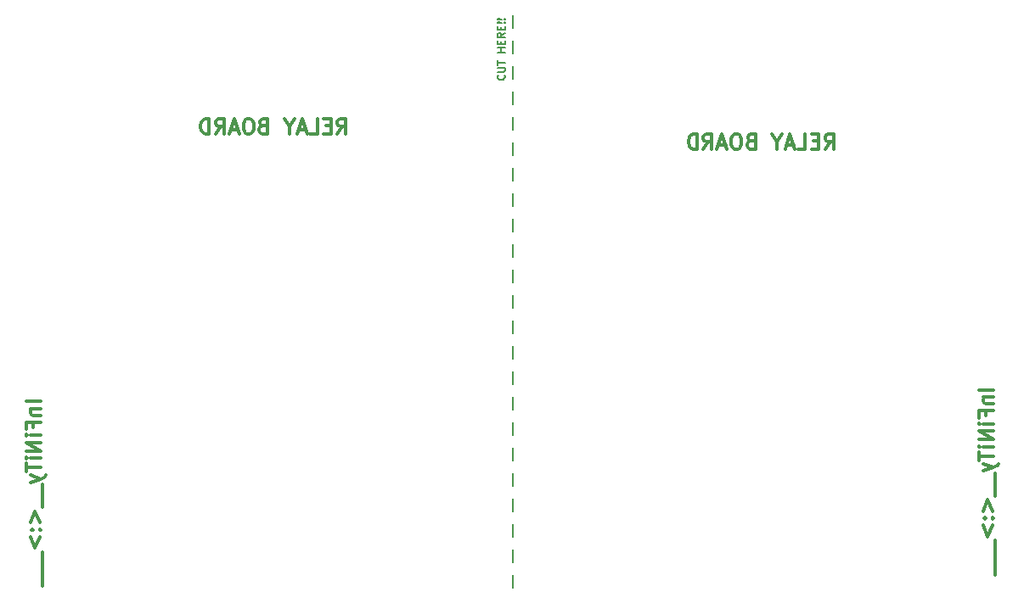
<source format=gbr>
G04 #@! TF.FileFunction,Legend,Bot*
%FSLAX46Y46*%
G04 Gerber Fmt 4.6, Leading zero omitted, Abs format (unit mm)*
G04 Created by KiCad (PCBNEW 4.0.7) date 05/31/18 17:41:53*
%MOMM*%
%LPD*%
G01*
G04 APERTURE LIST*
%ADD10C,0.100000*%
%ADD11C,0.190500*%
%ADD12C,0.200000*%
%ADD13C,0.300000*%
%ADD14C,3.600000*%
%ADD15R,3.400000X3.400000*%
%ADD16C,3.400000*%
%ADD17O,2.900000X3.600000*%
%ADD18O,3.600000X2.900000*%
%ADD19R,2.100000X2.100000*%
%ADD20O,2.100000X2.100000*%
G04 APERTURE END LIST*
D10*
D11*
X108222143Y-57948286D02*
X108258429Y-57984572D01*
X108294714Y-58093429D01*
X108294714Y-58166000D01*
X108258429Y-58274857D01*
X108185857Y-58347429D01*
X108113286Y-58383714D01*
X107968143Y-58420000D01*
X107859286Y-58420000D01*
X107714143Y-58383714D01*
X107641571Y-58347429D01*
X107569000Y-58274857D01*
X107532714Y-58166000D01*
X107532714Y-58093429D01*
X107569000Y-57984572D01*
X107605286Y-57948286D01*
X107532714Y-57621714D02*
X108149571Y-57621714D01*
X108222143Y-57585429D01*
X108258429Y-57549143D01*
X108294714Y-57476572D01*
X108294714Y-57331429D01*
X108258429Y-57258857D01*
X108222143Y-57222572D01*
X108149571Y-57186286D01*
X107532714Y-57186286D01*
X107532714Y-56932286D02*
X107532714Y-56496857D01*
X108294714Y-56714571D02*
X107532714Y-56714571D01*
X108294714Y-55662286D02*
X107532714Y-55662286D01*
X107895571Y-55662286D02*
X107895571Y-55226858D01*
X108294714Y-55226858D02*
X107532714Y-55226858D01*
X107895571Y-54864000D02*
X107895571Y-54610000D01*
X108294714Y-54501143D02*
X108294714Y-54864000D01*
X107532714Y-54864000D01*
X107532714Y-54501143D01*
X108294714Y-53739143D02*
X107931857Y-53993143D01*
X108294714Y-54174571D02*
X107532714Y-54174571D01*
X107532714Y-53884286D01*
X107569000Y-53811714D01*
X107605286Y-53775429D01*
X107677857Y-53739143D01*
X107786714Y-53739143D01*
X107859286Y-53775429D01*
X107895571Y-53811714D01*
X107931857Y-53884286D01*
X107931857Y-54174571D01*
X107895571Y-53412571D02*
X107895571Y-53158571D01*
X108294714Y-53049714D02*
X108294714Y-53412571D01*
X107532714Y-53412571D01*
X107532714Y-53049714D01*
X108222143Y-52723142D02*
X108258429Y-52686857D01*
X108294714Y-52723142D01*
X108258429Y-52759428D01*
X108222143Y-52723142D01*
X108294714Y-52723142D01*
X108004429Y-52723142D02*
X107569000Y-52759428D01*
X107532714Y-52723142D01*
X107569000Y-52686857D01*
X108004429Y-52723142D01*
X107532714Y-52723142D01*
X108222143Y-52360285D02*
X108258429Y-52324000D01*
X108294714Y-52360285D01*
X108258429Y-52396571D01*
X108222143Y-52360285D01*
X108294714Y-52360285D01*
X108004429Y-52360285D02*
X107569000Y-52396571D01*
X107532714Y-52360285D01*
X107569000Y-52324000D01*
X108004429Y-52360285D01*
X107532714Y-52360285D01*
D12*
X109093000Y-51956924D02*
X109093000Y-53226924D01*
X109093000Y-54496924D02*
X109093000Y-55766924D01*
X109093000Y-57036924D02*
X109093000Y-58306924D01*
X109093000Y-59576924D02*
X109093000Y-60846924D01*
X109093000Y-62116924D02*
X109093000Y-63386924D01*
X109093000Y-64656924D02*
X109093000Y-65926924D01*
X109093000Y-67196924D02*
X109093000Y-68466924D01*
X109093000Y-69736924D02*
X109093000Y-71006924D01*
X109093000Y-72276924D02*
X109093000Y-73546924D01*
X109093000Y-74816924D02*
X109093000Y-76086924D01*
X109093000Y-77356924D02*
X109093000Y-78626924D01*
X109093000Y-79896924D02*
X109093000Y-81166924D01*
X109093000Y-82436924D02*
X109093000Y-83706924D01*
X109093000Y-84976924D02*
X109093000Y-86246924D01*
X109093000Y-87516924D02*
X109093000Y-88786924D01*
X109093000Y-90056924D02*
X109093000Y-91326924D01*
X109093000Y-92596924D02*
X109093000Y-93866924D01*
X109093000Y-95136924D02*
X109093000Y-96406924D01*
X109093000Y-97676924D02*
X109093000Y-98946924D01*
X109093000Y-100216924D02*
X109093000Y-101486924D01*
X109093000Y-102756924D02*
X109093000Y-104026924D01*
X109093000Y-105296924D02*
X109093000Y-106566924D01*
X109093000Y-107836924D02*
X109093000Y-109106924D01*
D13*
X62019571Y-90532286D02*
X60519571Y-90532286D01*
X61019571Y-91246572D02*
X62019571Y-91246572D01*
X61162429Y-91246572D02*
X61091000Y-91318000D01*
X61019571Y-91460858D01*
X61019571Y-91675143D01*
X61091000Y-91818000D01*
X61233857Y-91889429D01*
X62019571Y-91889429D01*
X61233857Y-93103715D02*
X61233857Y-92603715D01*
X62019571Y-92603715D02*
X60519571Y-92603715D01*
X60519571Y-93318001D01*
X62019571Y-93889429D02*
X61019571Y-93889429D01*
X60519571Y-93889429D02*
X60591000Y-93818000D01*
X60662429Y-93889429D01*
X60591000Y-93960857D01*
X60519571Y-93889429D01*
X60662429Y-93889429D01*
X62019571Y-94603715D02*
X60519571Y-94603715D01*
X62019571Y-95460858D01*
X60519571Y-95460858D01*
X62019571Y-96175144D02*
X61019571Y-96175144D01*
X60519571Y-96175144D02*
X60591000Y-96103715D01*
X60662429Y-96175144D01*
X60591000Y-96246572D01*
X60519571Y-96175144D01*
X60662429Y-96175144D01*
X60519571Y-96675144D02*
X60519571Y-97532287D01*
X62019571Y-97103716D02*
X60519571Y-97103716D01*
X61019571Y-97889430D02*
X62019571Y-98246573D01*
X61019571Y-98603715D02*
X62019571Y-98246573D01*
X62376714Y-98103715D01*
X62448143Y-98032287D01*
X62519571Y-97889430D01*
X62162429Y-98818001D02*
X62162429Y-99960858D01*
X62162429Y-99960858D02*
X62162429Y-101103715D01*
X61019571Y-102603715D02*
X61448143Y-101460858D01*
X61876714Y-102603715D01*
X61876714Y-103318001D02*
X61948143Y-103389429D01*
X62019571Y-103318001D01*
X61948143Y-103246572D01*
X61876714Y-103318001D01*
X62019571Y-103318001D01*
X61091000Y-103318001D02*
X61162429Y-103389429D01*
X61233857Y-103318001D01*
X61162429Y-103246572D01*
X61091000Y-103318001D01*
X61233857Y-103318001D01*
X61019571Y-104032287D02*
X61448143Y-105175144D01*
X61876714Y-104032287D01*
X62162429Y-105532287D02*
X62162429Y-106675144D01*
X62162429Y-106675144D02*
X62162429Y-107818001D01*
X62162429Y-107818001D02*
X62162429Y-108960858D01*
X157015571Y-89389286D02*
X155515571Y-89389286D01*
X156015571Y-90103572D02*
X157015571Y-90103572D01*
X156158429Y-90103572D02*
X156087000Y-90175000D01*
X156015571Y-90317858D01*
X156015571Y-90532143D01*
X156087000Y-90675000D01*
X156229857Y-90746429D01*
X157015571Y-90746429D01*
X156229857Y-91960715D02*
X156229857Y-91460715D01*
X157015571Y-91460715D02*
X155515571Y-91460715D01*
X155515571Y-92175001D01*
X157015571Y-92746429D02*
X156015571Y-92746429D01*
X155515571Y-92746429D02*
X155587000Y-92675000D01*
X155658429Y-92746429D01*
X155587000Y-92817857D01*
X155515571Y-92746429D01*
X155658429Y-92746429D01*
X157015571Y-93460715D02*
X155515571Y-93460715D01*
X157015571Y-94317858D01*
X155515571Y-94317858D01*
X157015571Y-95032144D02*
X156015571Y-95032144D01*
X155515571Y-95032144D02*
X155587000Y-94960715D01*
X155658429Y-95032144D01*
X155587000Y-95103572D01*
X155515571Y-95032144D01*
X155658429Y-95032144D01*
X155515571Y-95532144D02*
X155515571Y-96389287D01*
X157015571Y-95960716D02*
X155515571Y-95960716D01*
X156015571Y-96746430D02*
X157015571Y-97103573D01*
X156015571Y-97460715D02*
X157015571Y-97103573D01*
X157372714Y-96960715D01*
X157444143Y-96889287D01*
X157515571Y-96746430D01*
X157158429Y-97675001D02*
X157158429Y-98817858D01*
X157158429Y-98817858D02*
X157158429Y-99960715D01*
X156015571Y-101460715D02*
X156444143Y-100317858D01*
X156872714Y-101460715D01*
X156872714Y-102175001D02*
X156944143Y-102246429D01*
X157015571Y-102175001D01*
X156944143Y-102103572D01*
X156872714Y-102175001D01*
X157015571Y-102175001D01*
X156087000Y-102175001D02*
X156158429Y-102246429D01*
X156229857Y-102175001D01*
X156158429Y-102103572D01*
X156087000Y-102175001D01*
X156229857Y-102175001D01*
X156015571Y-102889287D02*
X156444143Y-104032144D01*
X156872714Y-102889287D01*
X157158429Y-104389287D02*
X157158429Y-105532144D01*
X157158429Y-105532144D02*
X157158429Y-106675001D01*
X157158429Y-106675001D02*
X157158429Y-107817858D01*
X91574142Y-63797571D02*
X92074142Y-63083286D01*
X92431285Y-63797571D02*
X92431285Y-62297571D01*
X91859857Y-62297571D01*
X91716999Y-62369000D01*
X91645571Y-62440429D01*
X91574142Y-62583286D01*
X91574142Y-62797571D01*
X91645571Y-62940429D01*
X91716999Y-63011857D01*
X91859857Y-63083286D01*
X92431285Y-63083286D01*
X90931285Y-63011857D02*
X90431285Y-63011857D01*
X90216999Y-63797571D02*
X90931285Y-63797571D01*
X90931285Y-62297571D01*
X90216999Y-62297571D01*
X88859856Y-63797571D02*
X89574142Y-63797571D01*
X89574142Y-62297571D01*
X88431285Y-63369000D02*
X87716999Y-63369000D01*
X88574142Y-63797571D02*
X88074142Y-62297571D01*
X87574142Y-63797571D01*
X86788428Y-63083286D02*
X86788428Y-63797571D01*
X87288428Y-62297571D02*
X86788428Y-63083286D01*
X86288428Y-62297571D01*
X84145571Y-63011857D02*
X83931285Y-63083286D01*
X83859857Y-63154714D01*
X83788428Y-63297571D01*
X83788428Y-63511857D01*
X83859857Y-63654714D01*
X83931285Y-63726143D01*
X84074143Y-63797571D01*
X84645571Y-63797571D01*
X84645571Y-62297571D01*
X84145571Y-62297571D01*
X84002714Y-62369000D01*
X83931285Y-62440429D01*
X83859857Y-62583286D01*
X83859857Y-62726143D01*
X83931285Y-62869000D01*
X84002714Y-62940429D01*
X84145571Y-63011857D01*
X84645571Y-63011857D01*
X82859857Y-62297571D02*
X82574143Y-62297571D01*
X82431285Y-62369000D01*
X82288428Y-62511857D01*
X82217000Y-62797571D01*
X82217000Y-63297571D01*
X82288428Y-63583286D01*
X82431285Y-63726143D01*
X82574143Y-63797571D01*
X82859857Y-63797571D01*
X83002714Y-63726143D01*
X83145571Y-63583286D01*
X83217000Y-63297571D01*
X83217000Y-62797571D01*
X83145571Y-62511857D01*
X83002714Y-62369000D01*
X82859857Y-62297571D01*
X81645571Y-63369000D02*
X80931285Y-63369000D01*
X81788428Y-63797571D02*
X81288428Y-62297571D01*
X80788428Y-63797571D01*
X79431285Y-63797571D02*
X79931285Y-63083286D01*
X80288428Y-63797571D02*
X80288428Y-62297571D01*
X79717000Y-62297571D01*
X79574142Y-62369000D01*
X79502714Y-62440429D01*
X79431285Y-62583286D01*
X79431285Y-62797571D01*
X79502714Y-62940429D01*
X79574142Y-63011857D01*
X79717000Y-63083286D01*
X80288428Y-63083286D01*
X78788428Y-63797571D02*
X78788428Y-62297571D01*
X78431285Y-62297571D01*
X78217000Y-62369000D01*
X78074142Y-62511857D01*
X78002714Y-62654714D01*
X77931285Y-62940429D01*
X77931285Y-63154714D01*
X78002714Y-63440429D01*
X78074142Y-63583286D01*
X78217000Y-63726143D01*
X78431285Y-63797571D01*
X78788428Y-63797571D01*
X140215142Y-65321571D02*
X140715142Y-64607286D01*
X141072285Y-65321571D02*
X141072285Y-63821571D01*
X140500857Y-63821571D01*
X140357999Y-63893000D01*
X140286571Y-63964429D01*
X140215142Y-64107286D01*
X140215142Y-64321571D01*
X140286571Y-64464429D01*
X140357999Y-64535857D01*
X140500857Y-64607286D01*
X141072285Y-64607286D01*
X139572285Y-64535857D02*
X139072285Y-64535857D01*
X138857999Y-65321571D02*
X139572285Y-65321571D01*
X139572285Y-63821571D01*
X138857999Y-63821571D01*
X137500856Y-65321571D02*
X138215142Y-65321571D01*
X138215142Y-63821571D01*
X137072285Y-64893000D02*
X136357999Y-64893000D01*
X137215142Y-65321571D02*
X136715142Y-63821571D01*
X136215142Y-65321571D01*
X135429428Y-64607286D02*
X135429428Y-65321571D01*
X135929428Y-63821571D02*
X135429428Y-64607286D01*
X134929428Y-63821571D01*
X132786571Y-64535857D02*
X132572285Y-64607286D01*
X132500857Y-64678714D01*
X132429428Y-64821571D01*
X132429428Y-65035857D01*
X132500857Y-65178714D01*
X132572285Y-65250143D01*
X132715143Y-65321571D01*
X133286571Y-65321571D01*
X133286571Y-63821571D01*
X132786571Y-63821571D01*
X132643714Y-63893000D01*
X132572285Y-63964429D01*
X132500857Y-64107286D01*
X132500857Y-64250143D01*
X132572285Y-64393000D01*
X132643714Y-64464429D01*
X132786571Y-64535857D01*
X133286571Y-64535857D01*
X131500857Y-63821571D02*
X131215143Y-63821571D01*
X131072285Y-63893000D01*
X130929428Y-64035857D01*
X130858000Y-64321571D01*
X130858000Y-64821571D01*
X130929428Y-65107286D01*
X131072285Y-65250143D01*
X131215143Y-65321571D01*
X131500857Y-65321571D01*
X131643714Y-65250143D01*
X131786571Y-65107286D01*
X131858000Y-64821571D01*
X131858000Y-64321571D01*
X131786571Y-64035857D01*
X131643714Y-63893000D01*
X131500857Y-63821571D01*
X130286571Y-64893000D02*
X129572285Y-64893000D01*
X130429428Y-65321571D02*
X129929428Y-63821571D01*
X129429428Y-65321571D01*
X128072285Y-65321571D02*
X128572285Y-64607286D01*
X128929428Y-65321571D02*
X128929428Y-63821571D01*
X128358000Y-63821571D01*
X128215142Y-63893000D01*
X128143714Y-63964429D01*
X128072285Y-64107286D01*
X128072285Y-64321571D01*
X128143714Y-64464429D01*
X128215142Y-64535857D01*
X128358000Y-64607286D01*
X128929428Y-64607286D01*
X127429428Y-65321571D02*
X127429428Y-63821571D01*
X127072285Y-63821571D01*
X126858000Y-63893000D01*
X126715142Y-64035857D01*
X126643714Y-64178714D01*
X126572285Y-64464429D01*
X126572285Y-64678714D01*
X126643714Y-64964429D01*
X126715142Y-65107286D01*
X126858000Y-65250143D01*
X127072285Y-65321571D01*
X127429428Y-65321571D01*
%LPC*%
D14*
X134620000Y-105791000D03*
X63881000Y-54610000D03*
X83820000Y-105791000D03*
D15*
X67310000Y-99060000D03*
D16*
X72390000Y-99060000D03*
X77470000Y-99060000D03*
D15*
X90170000Y-99060000D03*
D16*
X95250000Y-99060000D03*
X100330000Y-99060000D03*
D15*
X118110000Y-99060000D03*
D16*
X123190000Y-99060000D03*
X128270000Y-99060000D03*
D15*
X140970000Y-99060000D03*
D16*
X146050000Y-99060000D03*
X151130000Y-99060000D03*
D17*
X66040000Y-76200000D03*
X78740000Y-76200000D03*
D18*
X72390000Y-73660000D03*
D17*
X78740000Y-88900000D03*
X66040000Y-88900000D03*
X88900000Y-76200000D03*
X101600000Y-76200000D03*
D18*
X95250000Y-73660000D03*
D17*
X101600000Y-88900000D03*
X88900000Y-88900000D03*
X116840000Y-76200000D03*
X129540000Y-76200000D03*
D18*
X123190000Y-73660000D03*
D17*
X129540000Y-88900000D03*
X116840000Y-88900000D03*
X139700000Y-76200000D03*
X152400000Y-76200000D03*
D18*
X146050000Y-73660000D03*
D17*
X152400000Y-88900000D03*
X139700000Y-88900000D03*
D19*
X128270000Y-57150000D03*
D20*
X130810000Y-57150000D03*
X133350000Y-57150000D03*
X135890000Y-57150000D03*
X138430000Y-57150000D03*
X140970000Y-57150000D03*
D19*
X77470000Y-57150000D03*
D20*
X80010000Y-57150000D03*
X82550000Y-57150000D03*
X85090000Y-57150000D03*
X87630000Y-57150000D03*
X90170000Y-57150000D03*
D14*
X154305000Y-54610000D03*
M02*

</source>
